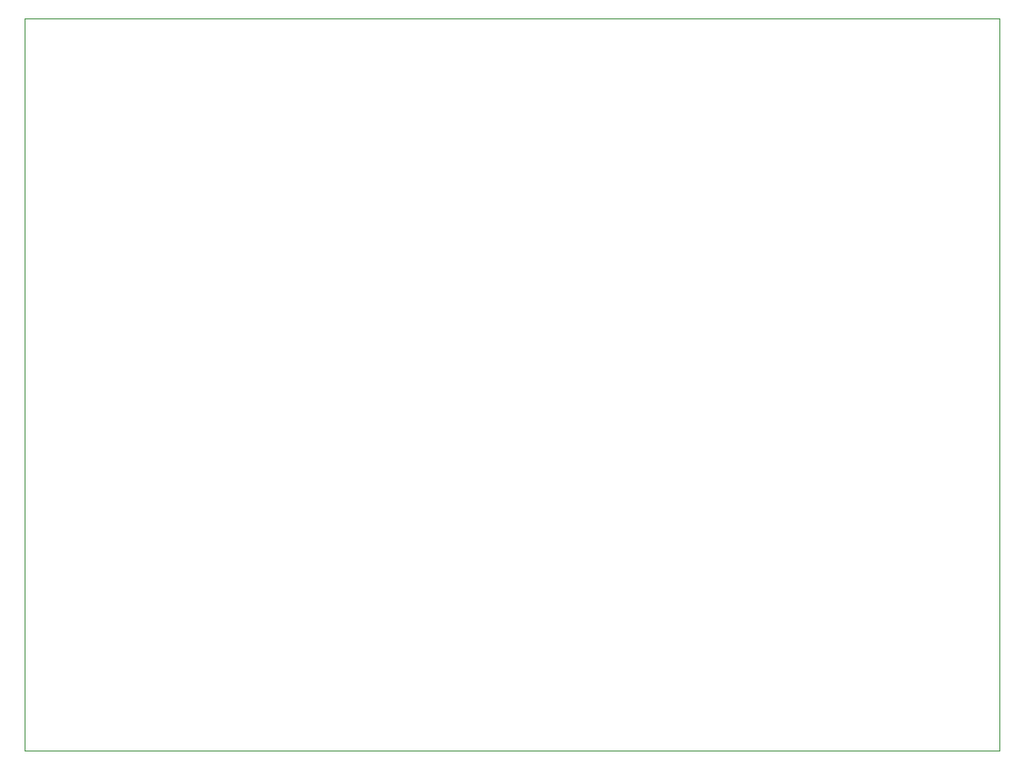
<source format=gm1>
%TF.GenerationSoftware,KiCad,Pcbnew,5.1.10-88a1d61d58~88~ubuntu18.04.1*%
%TF.CreationDate,2022-01-24T00:07:05+01:00*%
%TF.ProjectId,catbot_electronics_board,7061766c-6f76-45f6-9d69-6e695f656c65,rev?*%
%TF.SameCoordinates,Original*%
%TF.FileFunction,Profile,NP*%
%FSLAX46Y46*%
G04 Gerber Fmt 4.6, Leading zero omitted, Abs format (unit mm)*
G04 Created by KiCad (PCBNEW 5.1.10-88a1d61d58~88~ubuntu18.04.1) date 2022-01-24 00:07:05*
%MOMM*%
%LPD*%
G01*
G04 APERTURE LIST*
%TA.AperFunction,Profile*%
%ADD10C,0.050000*%
%TD*%
G04 APERTURE END LIST*
D10*
X64516000Y-160020000D02*
X64516000Y-89408000D01*
X158496000Y-160020000D02*
X64516000Y-160020000D01*
X158496000Y-89408000D02*
X158496000Y-160020000D01*
X64516000Y-89408000D02*
X158496000Y-89408000D01*
M02*

</source>
